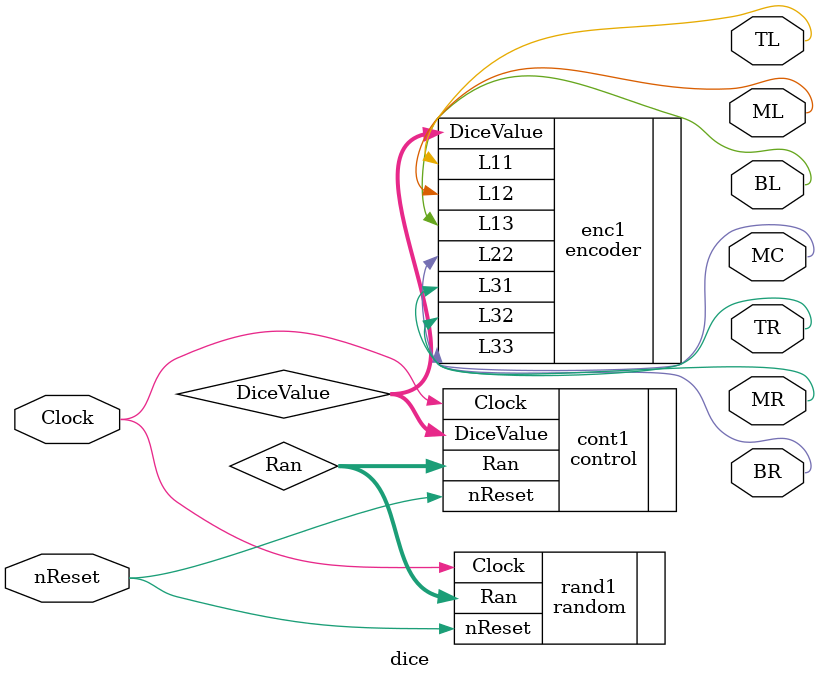
<source format=v>

module dice(
  input wire Clock, nReset,
  output wire TL, ML, BL, MC, TR, MR, BR
);
  wire [1:0] Ran;
  wire [2:0] DiceValue;
  
  random rand1(.Clock(Clock), .nReset(nReset), .Ran(Ran));
  control cont1(.Clock(Clock), .nReset(nReset), .Ran(Ran), .DiceValue(DiceValue));
  encoder enc1(.DiceValue(DiceValue),
    .L11(TL), .L31(TR),
    .L12(ML), .L22(MC), .L32(MR),
    .L13(BL), .L33(BR)
  );
  
endmodule

</source>
